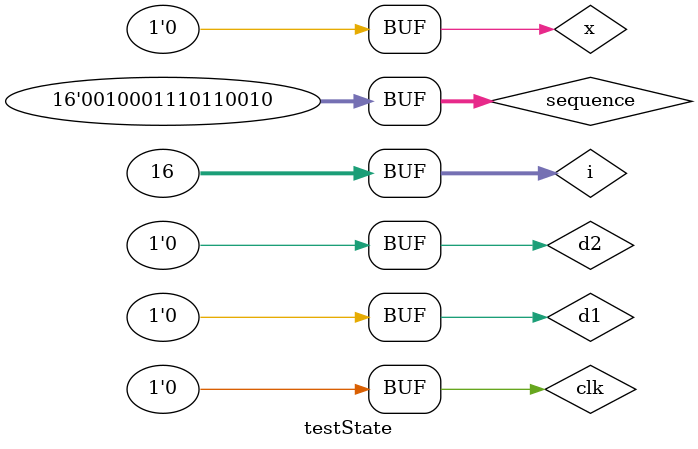
<source format=v>
`timescale 1ns / 1ps


module testState;

	// Inputs
	reg clk;
	reg x;
	reg d1;
	reg d2;

	// Outputs
	wire y1;
	wire y2;
	
	integer i;
	reg[15:0] sequence;

	// Instantiate the Unit Under Test (UUT)
	stateTransFn_beh uut (
		.clk(clk), 
		.x(x), 
		.d1(d1), 
		.d2(d2), 
		.y1(y1), 
		.y2(y2)
	);
	 stateTransFn_beh sample (y2, y1, d2, d1, x, clk);
	initial begin
		// Initialize Inputs
		clk = 0;
		d1 = 0;
		d2 = 0;
		sequence = 16'b0010001110110010;
		for(i=0; i<=15; i=i+1)
		begin
			x = sequence[15-i];
			#2 clk = 1;
			#2 clk = 0;
			$display("Input State = ", d1, d2, " Input = " , x, " Output State = ", y1, y2);
		end

		// Wait 100 ns for global reset to finish
		//#100;
        
		// Add stimulus here

	end
      
endmodule


</source>
